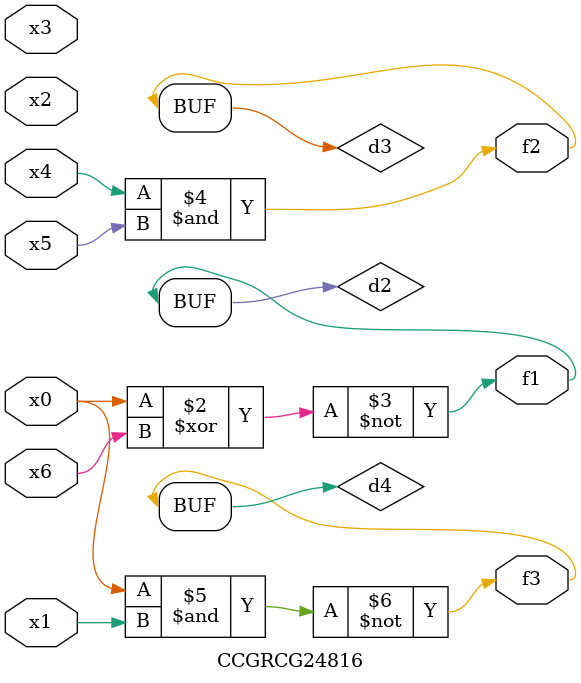
<source format=v>
module CCGRCG24816(
	input x0, x1, x2, x3, x4, x5, x6,
	output f1, f2, f3
);

	wire d1, d2, d3, d4;

	nor (d1, x0);
	xnor (d2, x0, x6);
	and (d3, x4, x5);
	nand (d4, x0, x1);
	assign f1 = d2;
	assign f2 = d3;
	assign f3 = d4;
endmodule

</source>
